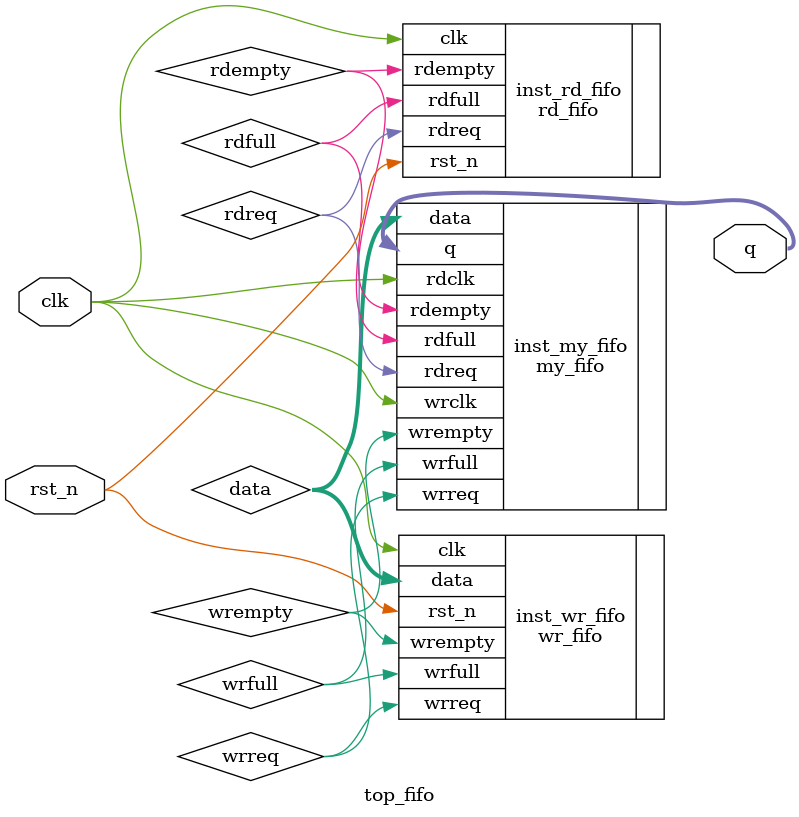
<source format=v>
module top_fifo (
	input clk,    // Clock
	input rst_n,  // Asynchronous reset active low
	output [7:0]q
);

	wire [7:0]data;
	
	wire rdreq;
	wire rdfull;
	wire rdempty;

	
	wire wrfull;
	wire wrempty;
	wire wrreq;

	rd_fifo inst_rd_fifo (
			.clk     (clk),
			.rst_n   (rst_n),
			.rdfull  (rdfull),
			.rdempty (rdempty),
			.rdreq   (rdreq)
		);
		wr_fifo  inst_wr_fifo (
			.clk     (clk),
			.rst_n   (rst_n),
			.wrfull  (wrfull),
			.wrempty (wrempty),
			.data    (data),
			.wrreq   (wrreq)
		);

	my_fifo inst_my_fifo
		(
			.data    (data),
			.rdclk   (clk),    //同时钟
			.rdreq   (rdreq),
			.wrclk   (clk),    //同时钟
			.wrreq   (wrreq),
			.q       (q),
			.rdempty (rdempty),
			.rdfull  (rdfull),
			.wrempty (wrempty),
			.wrfull  (wrfull)
		);


endmodule
</source>
